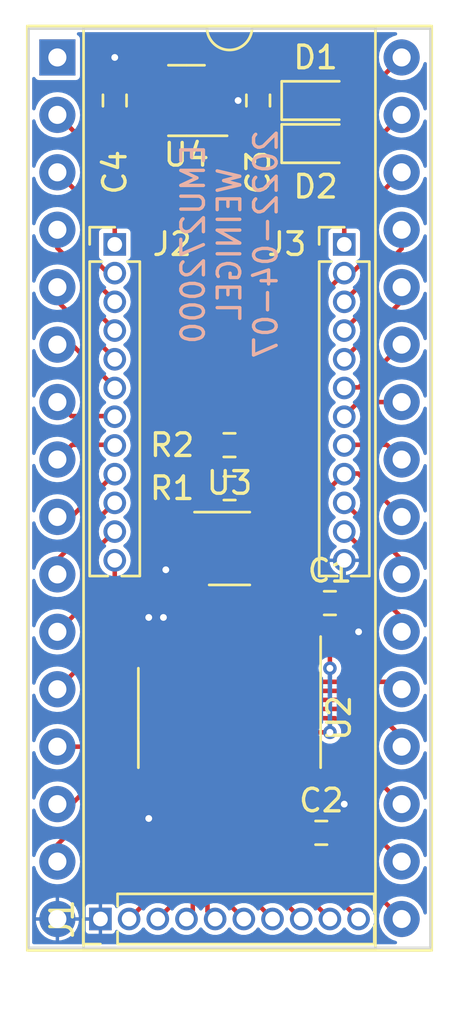
<source format=kicad_pcb>
(kicad_pcb (version 20211014) (generator pcbnew)
  (layers (0 "F.Cu" signal) (31 "B.Cu" signal) (34 "B.Paste" user) (35 "F.Paste" user) (36 "B.SilkS" user "B.Silkscreen") (37 "F.SilkS" user "F.Silkscreen") (38 "B.Mask" user) (39 "F.Mask" user) (44 "Edge.Cuts" user))
  (net 0 "")
  (net 1 "GND")
  (net 2 "+5V")
  (net 3 "Net-(J1-Pad2)")
  (net 4 "Net-(U2-Pad2)")
  (net 5 "+3V3")
  (net 6 "A16_5V")
  (net 7 "A15_5V")
  (net 8 "A12_5V")
  (net 9 "A7_5V")
  (net 10 "A6_5V")
  (net 11 "A5_5V")
  (net 12 "A4_5V")
  (net 13 "A3_5V")
  (net 14 "A2_5V")
  (net 15 "A1_5V")
  (net 16 "A0_5V")
  (net 17 "D0_5V")
  (net 18 "D1_5V")
  (net 19 "D2_5V")
  (net 20 "D3_5V")
  (net 21 "D4_5V")
  (net 22 "D5_5V")
  (net 23 "D6_5V")
  (net 24 "D7_5V")
  (net 25 "A10_5V")
  (net 26 "A11_5V")
  (net 27 "A9_5V")
  (net 28 "A8_5V")
  (net 29 "A14_5V")
  (net 30 "A17_5V")
  (net 31 "A13_5V")
  (net 32 "Net-(J1-Pad3)")
  (net 33 "Net-(J1-Pad4)")
  (net 34 "Net-(J1-Pad5)")
  (net 35 "Net-(J1-Pad6)")
  (net 36 "Net-(J1-Pad7)")
  (net 37 "Net-(J1-Pad8)")
  (net 38 "Net-(J1-Pad9)")
  (net 39 "Net-(R1-Pad2)")
  (net 40 "PGM_5V")
  (net 41 "CE_5V")
  (net 42 "OE_5V")
  (net 43 "Net-(C3-Pad1)")
  (net 44 "PWR")
  (footprint "Diode_SMD:D_SOD-323F" (layer "F.Cu") (at 105.41 84.455)
    (fp_text reference "D1" (at 0 -1.905) (layer "F.SilkS"))
    (fp_text value "1N4148WS")
    (fp_line (start -1.5 -0.85) (end -1.5 0.85) (layer "F.SilkS") (width 0.12))
    (fp_line (start -1.5 -0.85) (end 1.05 -0.85) (layer "F.SilkS") (width 0.12))
    (fp_line (start -1.5 0.85) (end 1.05 0.85) (layer "F.SilkS") (width 0.12))
    (pad "1" smd rect (at -1.1 0) (size 0.5 0.5) (layers "F.Cu" "F.Paste" "F.Mask") (net 43 "Net-(C3-Pad1)"))
    (pad "2" smd rect (at 1.1 0) (size 0.5 0.5) (layers "F.Cu" "F.Paste" "F.Mask") (net 2 "+5V"))
  )
  (footprint "Package_TO_SOT_SMD:SOT-23-5_HandSoldering" (layer "F.Cu") (at 101.6 104.267)
    (fp_text reference "U3" (at 0 -2.9) (layer "F.SilkS"))
    (fp_text value "74AHC1GU04")
    (fp_line (start -0.9 1.61) (end 0.9 1.61) (layer "F.SilkS") (width 0.12))
    (fp_line (start 0.9 -1.61) (end -1.55 -1.61) (layer "F.SilkS") (width 0.12))
    (pad "1" smd rect (at -1.35 -0.95) (size 1.56 0.65) (layers "F.Cu" "F.Paste" "F.Mask"))
    (pad "2" smd rect (at -1.35 0) (size 1.56 0.65) (layers "F.Cu" "F.Paste" "F.Mask") (net 39 "Net-(R1-Pad2)"))
    (pad "3" smd rect (at -1.35 0.95) (size 1.56 0.65) (layers "F.Cu" "F.Paste" "F.Mask") (net 1 "GND"))
    (pad "4" smd rect (at 1.35 0.95) (size 1.56 0.65) (layers "F.Cu" "F.Paste" "F.Mask") (net 4 "Net-(U2-Pad2)"))
    (pad "5" smd rect (at 1.35 -0.95) (size 1.56 0.65) (layers "F.Cu" "F.Paste" "F.Mask") (net 2 "+5V"))
  )
  (footprint "Connector_PinHeader_1.27mm:PinHeader_1x10_P1.27mm_Vertical" (layer "F.Cu") (at 95.885 120.65 90)
    (fp_text reference "J1" (at 0 -1.695 90) (layer "F.SilkS"))
    (fp_text value "Conn_01x10")
    (fp_line (start -1.11 -0.76) (end 0 -0.76) (layer "F.SilkS") (width 0.12))
    (fp_line (start 1.11 0.76) (end 1.11 12.125) (layer "F.SilkS") (width 0.12))
    (fp_line (start -1.11 12.125) (end -0.30753 12.125) (layer "F.SilkS") (width 0.12))
    (fp_line (start 0.30753 12.125) (end 1.11 12.125) (layer "F.SilkS") (width 0.12))
    (fp_line (start -1.11 0) (end -1.11 -0.76) (layer "F.SilkS") (width 0.12))
    (fp_line (start -1.11 0.76) (end -0.563471 0.76) (layer "F.SilkS") (width 0.12))
    (fp_line (start 0.563471 0.76) (end 1.11 0.76) (layer "F.SilkS") (width 0.12))
    (fp_line (start -1.11 0.76) (end -1.11 12.125) (layer "F.SilkS") (width 0.12))
    (pad "1" thru_hole rect (at 0 0 90) (size 1 1) (drill 0.65) (layers *.Cu *.Mask) (net 1 "GND"))
    (pad "2" thru_hole oval (at 0 1.27 90) (size 1 1) (drill 0.65) (layers *.Cu *.Mask) (net 3 "Net-(J1-Pad2)"))
    (pad "3" thru_hole oval (at 0 2.54 90) (size 1 1) (drill 0.65) (layers *.Cu *.Mask) (net 32 "Net-(J1-Pad3)"))
    (pad "4" thru_hole oval (at 0 3.81 90) (size 1 1) (drill 0.65) (layers *.Cu *.Mask) (net 33 "Net-(J1-Pad4)"))
    (pad "5" thru_hole oval (at 0 5.08 90) (size 1 1) (drill 0.65) (layers *.Cu *.Mask) (net 34 "Net-(J1-Pad5)"))
    (pad "6" thru_hole oval (at 0 6.35 90) (size 1 1) (drill 0.65) (layers *.Cu *.Mask) (net 35 "Net-(J1-Pad6)"))
    (pad "7" thru_hole oval (at 0 7.62 90) (size 1 1) (drill 0.65) (layers *.Cu *.Mask) (net 36 "Net-(J1-Pad7)"))
    (pad "8" thru_hole oval (at 0 8.89 90) (size 1 1) (drill 0.65) (layers *.Cu *.Mask) (net 37 "Net-(J1-Pad8)"))
    (pad "9" thru_hole oval (at 0 10.16 90) (size 1 1) (drill 0.65) (layers *.Cu *.Mask) (net 38 "Net-(J1-Pad9)"))
    (pad "10" thru_hole oval (at 0 11.43 90) (size 1 1) (drill 0.65) (layers *.Cu *.Mask) (net 5 "+3V3"))
  )
  (footprint "Package_DIP:DIP-32_W15.24mm_Socket" (layer "F.Cu") (at 93.98 82.55)
    (fp_text reference "U1" hide)
    (fp_text value "27C2000_DIP" hide)
    (fp_line (start 14.08 -1.33) (end 8.62 -1.33) (layer "F.SilkS") (width 0.12))
    (fp_line (start 6.62 -1.33) (end 1.16 -1.33) (layer "F.SilkS") (width 0.12))
    (fp_line (start -1.33 39.49) (end 16.57 39.49) (layer "F.SilkS") (width 0.12))
    (fp_line (start 1.16 39.43) (end 14.08 39.43) (layer "F.SilkS") (width 0.12))
    (fp_line (start 16.57 -1.39) (end -1.33 -1.39) (layer "F.SilkS") (width 0.12))
    (fp_line (start -1.33 -1.39) (end -1.33 39.49) (layer "F.SilkS") (width 0.12))
    (fp_line (start 16.57 39.49) (end 16.57 -1.39) (layer "F.SilkS") (width 0.12))
    (fp_line (start 1.16 -1.33) (end 1.16 39.43) (layer "F.SilkS") (width 0.12))
    (fp_line (start 14.08 39.43) (end 14.08 -1.33) (layer "F.SilkS") (width 0.12))
    (fp_arc (start 8.62 -1.33) (mid 7.62 -0.33) (end 6.62 -1.33) (layer "F.SilkS") (width 0.12))
    (pad "1" thru_hole rect (at 0 0) (size 1.6 1.6) (drill 0.8) (layers *.Cu *.Mask))
    (pad "2" thru_hole oval (at 0 2.54) (size 1.6 1.6) (drill 0.8) (layers *.Cu *.Mask) (net 6 "A16_5V"))
    (pad "3" thru_hole oval (at 0 5.08) (size 1.6 1.6) (drill 0.8) (layers *.Cu *.Mask) (net 7 "A15_5V"))
    (pad "4" thru_hole oval (at 0 7.62) (size 1.6 1.6) (drill 0.8) (layers *.Cu *.Mask) (net 8 "A12_5V"))
    (pad "5" thru_hole oval (at 0 10.16) (size 1.6 1.6) (drill 0.8) (layers *.Cu *.Mask) (net 9 "A7_5V"))
    (pad "6" thru_hole oval (at 0 12.7) (size 1.6 1.6) (drill 0.8) (layers *.Cu *.Mask) (net 10 "A6_5V"))
    (pad "7" thru_hole oval (at 0 15.24) (size 1.6 1.6) (drill 0.8) (layers *.Cu *.Mask) (net 11 "A5_5V"))
    (pad "8" thru_hole oval (at 0 17.78) (size 1.6 1.6) (drill 0.8) (layers *.Cu *.Mask) (net 12 "A4_5V"))
    (pad "9" thru_hole oval (at 0 20.32) (size 1.6 1.6) (drill 0.8) (layers *.Cu *.Mask) (net 13 "A3_5V"))
    (pad "10" thru_hole oval (at 0 22.86) (size 1.6 1.6) (drill 0.8) (layers *.Cu *.Mask) (net 14 "A2_5V"))
    (pad "11" thru_hole oval (at 0 25.4) (size 1.6 1.6) (drill 0.8) (layers *.Cu *.Mask) (net 15 "A1_5V"))
    (pad "12" thru_hole oval (at 0 27.94) (size 1.6 1.6) (drill 0.8) (layers *.Cu *.Mask) (net 16 "A0_5V"))
    (pad "13" thru_hole oval (at 0 30.48) (size 1.6 1.6) (drill 0.8) (layers *.Cu *.Mask) (net 17 "D0_5V"))
    (pad "14" thru_hole oval (at 0 33.02) (size 1.6 1.6) (drill 0.8) (layers *.Cu *.Mask) (net 18 "D1_5V"))
    (pad "15" thru_hole oval (at 0 35.56) (size 1.6 1.6) (drill 0.8) (layers *.Cu *.Mask) (net 19 "D2_5V"))
    (pad "16" thru_hole oval (at 0 38.1) (size 1.6 1.6) (drill 0.8) (layers *.Cu *.Mask) (net 1 "GND"))
    (pad "17" thru_hole oval (at 15.24 38.1) (size 1.6 1.6) (drill 0.8) (layers *.Cu *.Mask) (net 20 "D3_5V"))
    (pad "18" thru_hole oval (at 15.24 35.56) (size 1.6 1.6) (drill 0.8) (layers *.Cu *.Mask) (net 21 "D4_5V"))
    (pad "19" thru_hole oval (at 15.24 33.02) (size 1.6 1.6) (drill 0.8) (layers *.Cu *.Mask) (net 22 "D5_5V"))
    (pad "20" thru_hole oval (at 15.24 30.48) (size 1.6 1.6) (drill 0.8) (layers *.Cu *.Mask) (net 23 "D6_5V"))
    (pad "21" thru_hole oval (at 15.24 27.94) (size 1.6 1.6) (drill 0.8) (layers *.Cu *.Mask) (net 24 "D7_5V"))
    (pad "22" thru_hole oval (at 15.24 25.4) (size 1.6 1.6) (drill 0.8) (layers *.Cu *.Mask) (net 41 "CE_5V"))
    (pad "23" thru_hole oval (at 15.24 22.86) (size 1.6 1.6) (drill 0.8) (layers *.Cu *.Mask) (net 25 "A10_5V"))
    (pad "24" thru_hole oval (at 15.24 20.32) (size 1.6 1.6) (drill 0.8) (layers *.Cu *.Mask) (net 42 "OE_5V"))
    (pad "25" thru_hole oval (at 15.24 17.78) (size 1.6 1.6) (drill 0.8) (layers *.Cu *.Mask) (net 26 "A11_5V"))
    (pad "26" thru_hole oval (at 15.24 15.24) (size 1.6 1.6) (drill 0.8) (layers *.Cu *.Mask) (net 27 "A9_5V"))
    (pad "27" thru_hole oval (at 15.24 12.7) (size 1.6 1.6) (drill 0.8) (layers *.Cu *.Mask) (net 28 "A8_5V"))
    (pad "28" thru_hole oval (at 15.24 10.16) (size 1.6 1.6) (drill 0.8) (layers *.Cu *.Mask) (net 31 "A13_5V"))
    (pad "29" thru_hole oval (at 15.24 7.62) (size 1.6 1.6) (drill 0.8) (layers *.Cu *.Mask) (net 29 "A14_5V"))
    (pad "30" thru_hole oval (at 15.24 5.08) (size 1.6 1.6) (drill 0.8) (layers *.Cu *.Mask) (net 30 "A17_5V"))
    (pad "31" thru_hole oval (at 15.24 2.54) (size 1.6 1.6) (drill 0.8) (layers *.Cu *.Mask) (net 40 "PGM_5V"))
    (pad "32" thru_hole oval (at 15.24 0) (size 1.6 1.6) (drill 0.8) (layers *.Cu *.Mask) (net 2 "+5V"))
  )
  (footprint "Resistor_SMD:R_0603_1608Metric_Pad0.98x0.95mm_HandSolder" (layer "F.Cu") (at 101.6 99.695 180)
    (fp_text reference "R2" (at 2.54 0) (layer "F.SilkS"))
    (fp_text value "100")
    (fp_line (start -0.254724 0.5225) (end 0.254724 0.5225) (layer "F.SilkS") (width 0.12))
    (fp_line (start -0.254724 -0.5225) (end 0.254724 -0.5225) (layer "F.SilkS") (width 0.12))
    (pad "1" smd roundrect (at -0.9125 0 180) (size 0.975 0.95) (layers "F.Cu" "F.Paste" "F.Mask") (net 40 "PGM_5V"))
    (pad "2" smd roundrect (at 0.9125 0 180) (size 0.975 0.95) (layers "F.Cu" "F.Paste" "F.Mask") (net 39 "Net-(R1-Pad2)"))
  )
  (footprint "Connector_PinHeader_1.27mm:PinHeader_1x12_P1.27mm_Vertical" (layer "F.Cu") (at 96.52 90.8177)
    (fp_text reference "J2" (at 2.54 -0.0127) (layer "F.SilkS"))
    (fp_text value "Conn_01x12" hide)
    (fp_line (start 1.11 0.76) (end 1.11 14.665) (layer "F.SilkS") (width 0.12))
    (fp_line (start 0.563471 0.76) (end 1.11 0.76) (layer "F.SilkS") (width 0.12))
    (fp_line (start -1.11 0.76) (end -1.11 14.665) (layer "F.SilkS") (width 0.12))
    (fp_line (start -1.11 -0.76) (end 0 -0.76) (layer "F.SilkS") (width 0.12))
    (fp_line (start 0.30753 14.665) (end 1.11 14.665) (layer "F.SilkS") (width 0.12))
    (fp_line (start -1.11 0.76) (end -0.563471 0.76) (layer "F.SilkS") (width 0.12))
    (fp_line (start -1.11 14.665) (end -0.30753 14.665) (layer "F.SilkS") (width 0.12))
    (fp_line (start -1.11 0) (end -1.11 -0.76) (layer "F.SilkS") (width 0.12))
    (pad "1" thru_hole rect (at 0 0) (size 1 1) (drill 0.65) (layers *.Cu *.Mask) (net 5 "+3V3"))
    (pad "2" thru_hole oval (at 0 1.27) (size 1 1) (drill 0.65) (layers *.Cu *.Mask) (net 6 "A16_5V"))
    (pad "3" thru_hole oval (at 0 2.54) (size 1 1) (drill 0.65) (layers *.Cu *.Mask) (net 7 "A15_5V"))
    (pad "4" thru_hole oval (at 0 3.81) (size 1 1) (drill 0.65) (layers *.Cu *.Mask) (net 8 "A12_5V"))
    (pad "5" thru_hole oval (at 0 5.08) (size 1 1) (drill 0.65) (layers *.Cu *.Mask) (net 9 "A7_5V"))
    (pad "6" thru_hole oval (at 0 6.35) (size 1 1) (drill 0.65) (layers *.Cu *.Mask) (net 10 "A6_5V"))
    (pad "7" thru_hole oval (at 0 7.62) (size 1 1) (drill 0.65) (layers *.Cu *.Mask) (net 11 "A5_5V"))
    (pad "8" thru_hole oval (at 0 8.89) (size 1 1) (drill 0.65) (layers *.Cu *.Mask) (net 12 "A4_5V"))
    (pad "9" thru_hole oval (at 0 10.16) (size 1 1) (drill 0.65) (layers *.Cu *.Mask) (net 13 "A3_5V"))
    (pad "10" thru_hole oval (at 0 11.43) (size 1 1) (drill 0.65) (layers *.Cu *.Mask) (net 14 "A2_5V"))
    (pad "11" thru_hole oval (at 0 12.7) (size 1 1) (drill 0.65) (layers *.Cu *.Mask) (net 15 "A1_5V"))
    (pad "12" thru_hole oval (at 0 13.97) (size 1 1) (drill 0.65) (layers *.Cu *.Mask) (net 16 "A0_5V"))
  )
  (footprint "Package_SO:TSSOP-24_4.4x7.8mm_P0.65mm" (layer "F.Cu") (at 101.6 111.76 -90)
    (fp_text reference "U2" (at 0 -4.85 90) (layer "F.SilkS"))
    (fp_text value "SN74LVC4245APWR" hide)
    (fp_line (start 0 4.035) (end 2.2 4.035) (layer "F.SilkS") (width 0.12))
    (fp_line (start 0 -4.035) (end 2.2 -4.035) (layer "F.SilkS") (width 0.12))
    (fp_line (start 0 4.035) (end -2.2 4.035) (layer "F.SilkS") (width 0.12))
    (fp_line (start 0 -4.035) (end -3.6 -4.035) (layer "F.SilkS") (width 0.12))
    (pad "1" smd roundrect (at -2.8625 -3.575 270) (size 1.475 0.4) (layers "F.Cu" "F.Paste" "F.Mask") (net 2 "+5V"))
    (pad "2" smd roundrect (at -2.8625 -2.925 270) (size 1.475 0.4) (layers "F.Cu" "F.Paste" "F.Mask") (net 4 "Net-(U2-Pad2)"))
    (pad "3" smd roundrect (at -2.8625 -2.275 270) (size 1.475 0.4) (layers "F.Cu" "F.Paste" "F.Mask") (net 24 "D7_5V"))
    (pad "4" smd roundrect (at -2.8625 -1.625 270) (size 1.475 0.4) (layers "F.Cu" "F.Paste" "F.Mask") (net 23 "D6_5V"))
    (pad "5" smd roundrect (at -2.8625 -0.975 270) (size 1.475 0.4) (layers "F.Cu" "F.Paste" "F.Mask") (net 22 "D5_5V"))
    (pad "6" smd roundrect (at -2.8625 -0.325 270) (size 1.475 0.4) (layers "F.Cu" "F.Paste" "F.Mask") (net 21 "D4_5V"))
    (pad "7" smd roundrect (at -2.8625 0.325 270) (size 1.475 0.4) (layers "F.Cu" "F.Paste" "F.Mask") (net 20 "D3_5V"))
    (pad "8" smd roundrect (at -2.8625 0.975 270) (size 1.475 0.4) (layers "F.Cu" "F.Paste" "F.Mask") (net 19 "D2_5V"))
    (pad "9" smd roundrect (at -2.8625 1.625 270) (size 1.475 0.4) (layers "F.Cu" "F.Paste" "F.Mask") (net 18 "D1_5V"))
    (pad "10" smd roundrect (at -2.8625 2.275 270) (size 1.475 0.4) (layers "F.Cu" "F.Paste" "F.Mask") (net 17 "D0_5V"))
    (pad "11" smd roundrect (at -2.8625 2.925 270) (size 1.475 0.4) (layers "F.Cu" "F.Paste" "F.Mask") (net 1 "GND"))
    (pad "12" smd roundrect (at -2.8625 3.575 270) (size 1.475 0.4) (layers "F.Cu" "F.Paste" "F.Mask") (net 1 "GND"))
    (pad "13" smd roundrect (at 2.8625 3.575 270) (size 1.475 0.4) (layers "F.Cu" "F.Paste" "F.Mask") (net 1 "GND"))
    (pad "14" smd roundrect (at 2.8625 2.925 270) (size 1.475 0.4) (layers "F.Cu" "F.Paste" "F.Mask") (net 3 "Net-(J1-Pad2)"))
    (pad "15" smd roundrect (at 2.8625 2.275 270) (size 1.475 0.4) (layers "F.Cu" "F.Paste" "F.Mask") (net 32 "Net-(J1-Pad3)"))
    (pad "16" smd roundrect (at 2.8625 1.625 270) (size 1.475 0.4) (layers "F.Cu" "F.Paste" "F.Mask") (net 33 "Net-(J1-Pad4)"))
    (pad "17" smd roundrect (at 2.8625 0.975 270) (size 1.475 0.4) (layers "F.Cu" "F.Paste" "F.Mask") (net 34 "Net-(J1-Pad5)"))
    (pad "18" smd roundrect (at 2.8625 0.325 270) (size 1.475 0.4) (layers "F.Cu" "F.Paste" "F.Mask") (net 35 "Net-(J1-Pad6)"))
    (pad "19" smd roundrect (at 2.8625 -0.325 270) (size 1.475 0.4) (layers "F.Cu" "F.Paste" "F.Mask") (net 36 "Net-(J1-Pad7)"))
    (pad "20" smd roundrect (at 2.8625 -0.975 270) (size 1.475 0.4) (layers "F.Cu" "F.Paste" "F.Mask") (net 37 "Net-(J1-Pad8)"))
    (pad "21" smd roundrect (at 2.8625 -1.625 270) (size 1.475 0.4) (layers "F.Cu" "F.Paste" "F.Mask") (net 38 "Net-(J1-Pad9)"))
    (pad "22" smd roundrect (at 2.8625 -2.275 270) (size 1.475 0.4) (layers "F.Cu" "F.Paste" "F.Mask") (net 42 "OE_5V"))
    (pad "23" smd roundrect (at 2.8625 -2.925 270) (size 1.475 0.4) (layers "F.Cu" "F.Paste" "F.Mask") (net 5 "+3V3"))
    (pad "24" smd roundrect (at 2.8625 -3.575 270) (size 1.475 0.4) (layers "F.Cu" "F.Paste" "F.Mask") (net 5 "+3V3"))
  )
  (footprint "Resistor_SMD:R_0603_1608Metric_Pad0.98x0.95mm_HandSolder" (layer "F.Cu") (at 101.605 101.6 180)
    (fp_text reference "R1" (at 2.545 0) (layer "F.SilkS"))
    (fp_text value "10k")
    (fp_line (start -0.254724 -0.5225) (end 0.254724 -0.5225) (layer "F.SilkS") (width 0.12))
    (fp_line (start -0.254724 0.5225) (end 0.254724 0.5225) (layer "F.SilkS") (width 0.12))
    (pad "1" smd roundrect (at -0.9125 0 180) (size 0.975 0.95) (layers "F.Cu" "F.Paste" "F.Mask") (net 2 "+5V"))
    (pad "2" smd roundrect (at 0.9125 0 180) (size 0.975 0.95) (layers "F.Cu" "F.Paste" "F.Mask") (net 39 "Net-(R1-Pad2)"))
  )
  (footprint "Package_TO_SOT_SMD:SOT-23-5" (layer "F.Cu") (at 99.695 84.455 180)
    (fp_text reference "U4" (at 0 -2.4) (layer "F.SilkS"))
    (fp_text value "MCP1801T-3302I/OT")
    (fp_line (start 0 1.56) (end 0.8 1.56) (layer "F.SilkS") (width 0.12))
    (fp_line (start 0 -1.56) (end -1.8 -1.56) (layer "F.SilkS") (width 0.12))
    (fp_line (start 0 1.56) (end -0.8 1.56) (layer "F.SilkS") (width 0.12))
    (fp_line (start 0 -1.56) (end 0.8 -1.56) (layer "F.SilkS") (width 0.12))
    (pad "1" smd roundrect (at -1.1375 -0.95 180) (size 1.325 0.6) (layers "F.Cu" "F.Paste" "F.Mask") (net 43 "Net-(C3-Pad1)"))
    (pad "2" smd roundrect (at -1.1375 0 180) (size 1.325 0.6) (layers "F.Cu" "F.Paste" "F.Mask") (net 1 "GND"))
    (pad "3" smd roundrect (at -1.1375 0.95 180) (size 1.325 0.6) (layers "F.Cu" "F.Paste" "F.Mask") (net 43 "Net-(C3-Pad1)"))
    (pad "4" smd roundrect (at 1.1375 0.95 180) (size 1.325 0.6) (layers "F.Cu" "F.Paste" "F.Mask"))
    (pad "5" smd roundrect (at 1.1375 -0.95 180) (size 1.325 0.6) (layers "F.Cu" "F.Paste" "F.Mask") (net 5 "+3V3"))
  )
  (footprint "Resistor_SMD:R_0603_1608Metric_Pad0.98x0.95mm_HandSolder" (layer "F.Cu") (at 102.87 84.455 90)
    (fp_text reference "C3" (at -3.175 0 90) (layer "F.SilkS"))
    (fp_text value "1u")
    (fp_line (start -0.254724 0.5225) (end 0.254724 0.5225) (layer "F.SilkS") (width 0.12))
    (fp_line (start -0.254724 -0.5225) (end 0.254724 -0.5225) (layer "F.SilkS") (width 0.12))
    (pad "1" smd roundrect (at -0.9125 0 90) (size 0.975 0.95) (layers "F.Cu" "F.Paste" "F.Mask") (net 43 "Net-(C3-Pad1)"))
    (pad "2" smd roundrect (at 0.9125 0 90) (size 0.975 0.95) (layers "F.Cu" "F.Paste" "F.Mask") (net 1 "GND"))
  )
  (footprint "Resistor_SMD:R_0603_1608Metric_Pad0.98x0.95mm_HandSolder" (layer "F.Cu") (at 106.045 106.68)
    (fp_text reference "C1" (at 0 -1.43) (layer "F.SilkS"))
    (fp_text value "1u")
    (fp_line (start -0.254724 -0.5225) (end 0.254724 -0.5225) (layer "F.SilkS") (width 0.12))
    (fp_line (start -0.254724 0.5225) (end 0.254724 0.5225) (layer "F.SilkS") (width 0.12))
    (pad "1" smd roundrect (at -0.9125 0) (size 0.975 0.95) (layers "F.Cu" "F.Paste" "F.Mask") (net 2 "+5V"))
    (pad "2" smd roundrect (at 0.9125 0) (size 0.975 0.95) (layers "F.Cu" "F.Paste" "F.Mask") (net 1 "GND"))
  )
  (footprint "Resistor_SMD:R_0603_1608Metric_Pad0.98x0.95mm_HandSolder" (layer "F.Cu") (at 96.52 84.455 90)
    (fp_text reference "C4" (at -3.175 0 90) (layer "F.SilkS"))
    (fp_text value "1u")
    (fp_line (start -0.254724 0.5225) (end 0.254724 0.5225) (layer "F.SilkS") (width 0.12))
    (fp_line (start -0.254724 -0.5225) (end 0.254724 -0.5225) (layer "F.SilkS") (width 0.12))
    (pad "1" smd roundrect (at -0.9125 0 90) (size 0.975 0.95) (layers "F.Cu" "F.Paste" "F.Mask") (net 5 "+3V3"))
    (pad "2" smd roundrect (at 0.9125 0 90) (size 0.975 0.95) (layers "F.Cu" "F.Paste" "F.Mask") (net 1 "GND"))
  )
  (footprint "Diode_SMD:D_SOD-323F" (layer "F.Cu") (at 105.41 86.36)
    (fp_text reference "D2" (at 0 1.905) (layer "F.SilkS"))
    (fp_text value "1N4148WS")
    (fp_line (start -1.5 -0.85) (end 1.05 -0.85) (layer "F.SilkS") (width 0.12))
    (fp_line (start -1.5 -0.85) (end -1.5 0.85) (layer "F.SilkS") (width 0.12))
    (fp_line (start -1.5 0.85) (end 1.05 0.85) (layer "F.SilkS") (width 0.12))
    (pad "1" smd rect (at -1.1 0) (size 0.5 0.5) (layers "F.Cu" "F.Paste" "F.Mask") (net 43 "Net-(C3-Pad1)"))
    (pad "2" smd rect (at 1.1 0) (size 0.5 0.5) (layers "F.Cu" "F.Paste" "F.Mask") (net 44 "PWR"))
  )
  (footprint "Resistor_SMD:R_0603_1608Metric_Pad0.98x0.95mm_HandSolder" (layer "F.Cu") (at 105.664 116.84)
    (fp_text reference "C2" (at 0 -1.43) (layer "F.SilkS"))
    (fp_text value "1u")
    (fp_line (start -0.254724 -0.5225) (end 0.254724 -0.5225) (layer "F.SilkS") (width 0.12))
    (fp_line (start -0.254724 0.5225) (end 0.254724 0.5225) (layer "F.SilkS") (width 0.12))
    (pad "1" smd roundrect (at -0.9125 0) (size 0.975 0.95) (layers "F.Cu" "F.Paste" "F.Mask") (net 5 "+3V3"))
    (pad "2" smd roundrect (at 0.9125 0) (size 0.975 0.95) (layers "F.Cu" "F.Paste" "F.Mask") (net 1 "GND"))
  )
  (footprint "Connector_PinHeader_1.27mm:PinHeader_1x12_P1.27mm_Vertical" (layer "F.Cu") (at 106.68 90.8177)
    (fp_text reference "J3" (at -2.54 -0.0127) (layer "F.SilkS"))
    (fp_text value "Conn_01x12" hide)
    (fp_line (start 1.11 0.76) (end 1.11 14.665) (layer "F.SilkS") (width 0.12))
    (fp_line (start -1.11 0.76) (end -0.563471 0.76) (layer "F.SilkS") (width 0.12))
    (fp_line (start -1.11 0.76) (end -1.11 14.665) (layer "F.SilkS") (width 0.12))
    (fp_line (start -1.11 -0.76) (end 0 -0.76) (layer "F.SilkS") (width 0.12))
    (fp_line (start -1.11 0) (end -1.11 -0.76) (layer "F.SilkS") (width 0.12))
    (fp_line (start 0.30753 14.665) (end 1.11 14.665) (layer "F.SilkS") (width 0.12))
    (fp_line (start -1.11 14.665) (end -0.30753 14.665) (layer "F.SilkS") (width 0.12))
    (fp_line (start 0.563471 0.76) (end 1.11 0.76) (layer "F.SilkS") (width 0.12))
    (pad "1" thru_hole rect (at 0 0) (size 1 1) (drill 0.65) (layers *.Cu *.Mask) (net 44 "PWR"))
    (pad "2" thru_hole oval (at 0 1.27) (size 1 1) (drill 0.65) (layers *.Cu *.Mask) (net 40 "PGM_5V"))
    (pad "3" thru_hole oval (at 0 2.54) (size 1 1) (drill 0.65) (layers *.Cu *.Mask) (net 30 "A17_5V"))
    (pad "4" thru_hole oval (at 0 3.81) (size 1 1) (drill 0.65) (layers *.Cu *.Mask) (net 29 "A14_5V"))
    (pad "5" thru_hole oval (at 0 5.08) (size 1 1) (drill 0.65) (layers *.Cu *.Mask) (net 31 "A13_5V"))
    (pad "6" thru_hole oval (at 0 6.35) (size 1 1) (drill 0.65) (layers *.Cu *.Mask) (net 28 "A8_5V"))
    (pad "7" thru_hole oval (at 0 7.62) (size 1 1) (drill 0.65) (layers *.Cu *.Mask) (net 27 "A9_5V"))
    (pad "8" thru_hole oval (at 0 8.89) (size 1 1) (drill 0.65) (layers *.Cu *.Mask) (net 26 "A11_5V"))
    (pad "9" thru_hole oval (at 0 10.16) (size 1 1) (drill 0.65) (layers *.Cu *.Mask) (net 42 "OE_5V"))
    (pad "10" thru_hole oval (at 0 11.43) (size 1 1) (drill 0.65) (layers *.Cu *.Mask) (net 25 "A10_5V"))
    (pad "11" thru_hole oval (at 0 12.7) (size 1 1) (drill 0.65) (layers *.Cu *.Mask) (net 41 "CE_5V"))
    (pad "12" thru_hole oval (at 0 13.97) (size 1 1) (drill 0.65) (layers *.Cu *.Mask) (net 1 "GND"))
  )
  (gr_line (start 92.709993 81.279997) (end 110.489993 81.279997) (layer "Edge.Cuts") (width 0.1))
  (gr_line (start 110.489993 121.919997) (end 92.709993 121.919997) (layer "Edge.Cuts") (width 0.1))
  (gr_line (start 92.709993 121.919997) (end 92.709993 81.279997) (layer "Edge.Cuts") (width 0.1))
  (gr_line (start 110.489993 81.279997) (end 110.489993 121.919997) (layer "Edge.Cuts") (width 0.1))
  (gr_text "EMU272000\nWEINIGEL\n2022-04-07" (at 101.6 90.805 90) (layer "B.SilkS") (effects (font (size 1 1)) (justify mirror)))
  (segment (start 98.025 114.6225) (end 98.025001 116.205) (width 0.2) (layer "F.Cu") (net 1))
  (segment (start 106.68 115.57) (end 106.68 116.7365) (width 0.2) (layer "F.Cu") (net 1))
  (segment (start 98.675 108.8975) (end 98.675 107.315012) (width 0.2) (layer "F.Cu") (net 1))
  (segment (start 102.87 83.5425) (end 102.87 83.566) (width 0.2) (layer "F.Cu") (net 1))
  (segment (start 98.7908 105.217) (end 98.7806 105.2068) (width 0.2) (layer "F.Cu") (net 1))
  (segment (start 102.87 83.566) (end 101.981 84.455) (width 0.2) (layer "F.Cu") (net 1))
  (segment (start 106.9575 106.68) (end 106.9575 107.5925) (width 0.2) (layer "F.Cu") (net 1))
  (segment (start 98.675 107.315012) (end 98.675012 107.315) (width 0.2) (layer "F.Cu") (net 1))
  (segment (start 100.8325 84.455) (end 101.981 84.455) (width 0.2) (layer "F.Cu") (net 1))
  (segment (start 98.025 108.8975) (end 98.025001 107.315) (width 0.2) (layer "F.Cu") (net 1))
  (segment (start 106.68 116.7365) (end 106.5765 116.84) (width 0.2) (layer "F.Cu") (net 1))
  (segment (start 106.9575 107.5925) (end 107.315 107.95) (width 0.2) (layer "F.Cu") (net 1))
  (segment (start 96.52 83.5425) (end 96.52 82.55) (width 0.2) (layer "F.Cu") (net 1))
  (segment (start 100.25 105.217) (end 98.7908 105.217) (width 0.2) (layer "F.Cu") (net 1))
  (via (at 101.981 84.455) (size 0.6) (drill 0.3) (layers "F.Cu" "B.Cu") (net 1))
  (via (at 98.675012 107.315) (size 0.6) (drill 0.3) (layers "F.Cu" "B.Cu") (net 1))
  (via (at 96.52 82.55) (size 0.6) (drill 0.3) (layers "F.Cu" "B.Cu") (net 1))
  (via (at 98.7806 105.2068) (size 0.6) (drill 0.3) (layers "F.Cu" "B.Cu") (net 1))
  (via (at 98.025001 107.315) (size 0.6) (drill 0.3) (layers "F.Cu" "B.Cu") (net 1))
  (via (at 107.315 107.95) (size 0.6) (drill 0.3) (layers "F.Cu" "B.Cu") (net 1))
  (via (at 106.68 115.57) (size 0.6) (drill 0.3) (layers "F.Cu" "B.Cu") (net 1))
  (via (at 98.025001 116.205) (size 0.6) (drill 0.3) (layers "F.Cu" "B.Cu") (net 1))
  (segment (start 101.6 100.6825) (end 101.6 91.44) (width 0.2) (layer "F.Cu") (net 2))
  (segment (start 105.1325 104.4975) (end 103.952 103.317) (width 0.2) (layer "F.Cu") (net 2))
  (segment (start 101.6 91.44) (end 105.41 87.63) (width 0.2) (layer "F.Cu") (net 2))
  (segment (start 105.41 85.555) (end 106.51 84.455) (width 0.2) (layer "F.Cu") (net 2))
  (segment (start 107.315 84.455) (end 106.51 84.455) (width 0.2) (layer "F.Cu") (net 2))
  (segment (start 103.952 103.317) (end 102.95 103.317) (width 0.2) (layer "F.Cu") (net 2))
  (segment (start 105.175 106.7225) (end 105.1325 106.68) (width 0.2) (layer "F.Cu") (net 2))
  (segment (start 102.93 103.49) (end 102.93 102.0125) (width 0.2) (layer "F.Cu") (net 2))
  (segment (start 105.41 87.63) (end 105.41 85.555) (width 0.2) (layer "F.Cu") (net 2))
  (segment (start 102.5175 101.6) (end 101.6 100.6825) (width 0.2) (layer "F.Cu") (net 2))
  (segment (start 109.22 82.55) (end 107.315 84.455) (width 0.2) (layer "F.Cu") (net 2))
  (segment (start 105.175 108.8975) (end 105.175 106.7225) (width 0.2) (layer "F.Cu") (net 2))
  (segment (start 102.93 102.0125) (end 102.5175 101.6) (width 0.2) (layer "F.Cu") (net 2))
  (segment (start 105.1325 104.4975) (end 105.1325 106.68) (width 0.2) (layer "F.Cu") (net 2))
  (segment (start 98.675 119.13) (end 97.155 120.65) (width 0.2) (layer "F.Cu") (net 3))
  (segment (start 98.675 114.6225) (end 98.675 119.13) (width 0.2) (layer "F.Cu") (net 3))
  (segment (start 102.95 105.217) (end 103.439 105.217) (width 0.2) (layer "F.Cu") (net 4))
  (segment (start 104.525 108.8975) (end 104.525 107.31946) (width 0.2) (layer "F.Cu") (net 4))
  (segment (start 103.439 105.217) (end 104.07627 105.85427) (width 0.2) (layer "F.Cu") (net 4))
  (segment (start 104.525 107.31946) (end 104.07627 106.87073) (width 0.2) (layer "F.Cu") (net 4))
  (segment (start 104.07627 105.85427) (end 104.07627 106.87073) (width 0.2) (layer "F.Cu") (net 4))
  (segment (start 107.315 120.65) (end 104.7515 118.0865) (width 0.2) (layer "F.Cu") (net 5))
  (segment (start 104.7515 118.0865) (end 104.7515 116.84) (width 0.2) (layer "F.Cu") (net 5))
  (segment (start 105.175 114.6225) (end 105.175 116.4165) (width 0.2) (layer "F.Cu") (net 5))
  (segment (start 104.525 114.6225) (end 104.525 116.6135) (width 0.2) (layer "F.Cu") (net 5))
  (segment (start 105.175 116.4165) (end 104.7515 116.84) (width 0.2) (layer "F.Cu") (net 5))
  (segment (start 96.5575 85.405) (end 96.52 85.3675) (width 0.2) (layer "F.Cu") (net 5))
  (segment (start 96.52 85.3675) (end 96.52 90.8177) (width 0.2) (layer "F.Cu") (net 5))
  (segment (start 104.525 116.6135) (end 104.7515 116.84) (width 0.2) (layer "F.Cu") (net 5))
  (segment (start 98.5575 85.405) (end 96.5575 85.405) (width 0.2) (layer "F.Cu") (net 5))
  (segment (start 95.720489 86.830489) (end 95.720489 91.589511) (width 0.2) (layer "F.Cu") (net 6))
  (segment (start 96.190978 92.06) (end 96.52 92.06) (width 0.2) (layer "F.Cu") (net 6))
  (segment (start 95.720489 91.589511) (end 96.190978 92.06) (width 0.2) (layer "F.Cu") (net 6))
  (segment (start 93.98 85.09) (end 95.720489 86.830489) (width 0.2) (layer "F.Cu") (net 6))
  (segment (start 95.320978 88.970978) (end 93.98 87.63) (width 0.2) (layer "F.Cu") (net 7))
  (segment (start 95.485489 91.919505) (end 95.320978 91.754993) (width 0.2) (layer "F.Cu") (net 7))
  (segment (start 95.320978 91.754993) (end 95.320978 88.970978) (width 0.2) (layer "F.Cu") (net 7))
  (segment (start 96.52 93.33) (end 95.485489 92.295489) (width 0.2) (layer "F.Cu") (net 7))
  (segment (start 95.485489 92.295489) (end 95.485489 91.919505) (width 0.2) (layer "F.Cu") (net 7))
  (segment (start 95.079511 93.159511) (end 95.079511 92.07852) (width 0.2) (layer "F.Cu") (net 8))
  (segment (start 93.98 90.979009) (end 93.98 90.17) (width 0.2) (layer "F.Cu") (net 8))
  (segment (start 95.079511 92.07852) (end 93.98 90.979009) (width 0.2) (layer "F.Cu") (net 8))
  (segment (start 96.52 94.6) (end 95.079511 93.159511) (width 0.2) (layer "F.Cu") (net 8))
  (segment (start 96.52 95.87) (end 93.98 93.33) (width 0.2) (layer "F.Cu") (net 9))
  (segment (start 93.98 93.33) (end 93.98 92.71) (width 0.2) (layer "F.Cu") (net 9))
  (segment (start 94.63 95.25) (end 93.98 95.25) (width 0.2) (layer "F.Cu") (net 10))
  (segment (start 96.52 97.14) (end 94.63 95.25) (width 0.2) (layer "F.Cu") (net 10))
  (segment (start 94.6 98.41) (end 93.98 97.79) (width 0.2) (layer "F.Cu") (net 11))
  (segment (start 96.52 98.41) (end 94.6 98.41) (width 0.2) (layer "F.Cu") (net 11))
  (segment (start 96.52 99.68) (end 94.63 99.68) (width 0.2) (layer "F.Cu") (net 12))
  (segment (start 94.63 99.68) (end 93.98 100.33) (width 0.2) (layer "F.Cu") (net 12))
  (segment (start 94.6 102.87) (end 93.98 102.87) (width 0.2) (layer "F.Cu") (net 13))
  (segment (start 96.52 100.95) (end 94.6 102.87) (width 0.2) (layer "F.Cu") (net 13))
  (segment (start 96.52 102.22) (end 93.98 104.76) (width 0.2) (layer "F.Cu") (net 14))
  (segment (start 93.98 104.76) (end 93.98 105.41) (width 0.2) (layer "F.Cu") (net 14))
  (segment (start 95.079511 106.850489) (end 93.98 107.95) (width 0.2) (layer "F.Cu") (net 15))
  (segment (start 95.079511 104.930489) (end 95.079511 106.850489) (width 0.2) (layer "F.Cu") (net 15))
  (segment (start 96.52 103.49) (end 95.079511 104.930489) (width 0.2) (layer "F.Cu") (net 15))
  (segment (start 96.52 104.76) (end 96.52 107.95) (width 0.2) (layer "F.Cu") (net 16))
  (segment (start 96.52 107.95) (end 93.98 110.49) (width 0.2) (layer "F.Cu") (net 16))
  (segment (start 99.325 108.8975) (end 99.325 109.550006) (width 0.2) (layer "F.Cu") (net 17))
  (segment (start 95.845006 113.03) (end 93.98 113.03) (width 0.2) (layer "F.Cu") (net 17))
  (segment (start 99.325 109.550006) (end 95.845006 113.03) (width 0.2) (layer "F.Cu") (net 17))
  (segment (start 93.98 115.57) (end 94.615 115.57) (width 0.2) (layer "F.Cu") (net 18))
  (segment (start 94.615 115.57) (end 99.975 110.21) (width 0.2) (layer "F.Cu") (net 18))
  (segment (start 99.975 110.21) (end 99.975 108.8975) (width 0.2) (layer "F.Cu") (net 18))
  (segment (start 93.98 117.364994) (end 93.98 118.11) (width 0.2) (layer "F.Cu") (net 19))
  (segment (start 100.625 110.719994) (end 93.98 117.364994) (width 0.2) (layer "F.Cu") (net 19))
  (segment (start 100.625 108.8975) (end 100.625 110.719994) (width 0.2) (layer "F.Cu") (net 19))
  (segment (start 106.644501 112.146677) (end 106.267827 111.770003) (width 0.2) (layer "F.Cu") (net 20))
  (segment (start 103.494997 111.770003) (end 101.275 109.550006) (width 0.2) (layer "F.Cu") (net 20))
  (segment (start 109.22 120.65) (end 107.550489 118.980489) (width 0.2) (layer "F.Cu") (net 20))
  (segment (start 107.550489 115.592665) (end 106.644501 114.686677) (width 0.2) (layer "F.Cu") (net 20))
  (segment (start 106.644501 114.686677) (end 106.644501 112.146677) (width 0.2) (layer "F.Cu") (net 20))
  (segment (start 106.267827 111.770003) (end 103.494997 111.770003) (width 0.2) (layer "F.Cu") (net 20))
  (segment (start 101.275 109.550006) (end 101.275 108.8975) (width 0.2) (layer "F.Cu") (net 20))
  (segment (start 107.550489 118.980489) (end 107.550489 115.592665) (width 0.2) (layer "F.Cu") (net 20))
  (segment (start 108.120489 117.010489) (end 109.22 118.11) (width 0.2) (layer "F.Cu") (net 21))
  (segment (start 101.925 109.550006) (end 103.735483 111.360489) (width 0.2) (layer "F.Cu") (net 21))
  (segment (start 107.079511 114.556693) (end 108.120489 115.597671) (width 0.2) (layer "F.Cu") (net 21))
  (segment (start 107.079511 111.594518) (end 107.079511 114.556693) (width 0.2) (layer "F.Cu") (net 21))
  (segment (start 101.925 108.8975) (end 101.925 109.550006) (width 0.2) (layer "F.Cu") (net 21))
  (segment (start 106.845482 111.360489) (end 107.079511 111.594518) (width 0.2) (layer "F.Cu") (net 21))
  (segment (start 103.735483 111.360489) (end 106.845482 111.360489) (width 0.2) (layer "F.Cu") (net 21))
  (segment (start 108.120489 115.597671) (end 108.120489 117.010489) (width 0.2) (layer "F.Cu") (net 21))
  (segment (start 107.010966 110.960979) (end 107.479022 111.429035) (width 0.2) (layer "F.Cu") (net 22))
  (segment (start 103.97598 110.960979) (end 107.010966 110.960979) (width 0.2) (layer "F.Cu") (net 22))
  (segment (start 107.479022 113.829022) (end 109.22 115.57) (width 0.2) (layer "F.Cu") (net 22))
  (segment (start 102.575 108.8975) (end 102.575 109.559999) (width 0.2) (layer "F.Cu") (net 22))
  (segment (start 107.479022 111.429035) (end 107.479022 113.829022) (width 0.2) (layer "F.Cu") (net 22))
  (segment (start 102.575 109.559999) (end 103.97598 110.960979) (width 0.2) (layer "F.Cu") (net 22))
  (segment (start 103.225 109.572197) (end 104.214271 110.561468) (width 0.2) (layer "F.Cu") (net 23))
  (segment (start 104.214271 110.561468) (end 107.17645 110.561468) (width 0.2) (layer "F.Cu") (net 23))
  (segment (start 103.225 108.8975) (end 103.225 109.572197) (width 0.2) (layer "F.Cu") (net 23))
  (segment (start 109.22 112.605018) (end 109.22 113.03) (width 0.2) (layer "F.Cu") (net 23))
  (segment (start 107.17645 110.561468) (end 109.22 112.605018) (width 0.2) (layer "F.Cu") (net 23))
  (segment (start 104.486951 110.161957) (end 103.875 109.550006) (width 0.2) (layer "F.Cu") (net 24))
  (segment (start 103.875 109.550006) (end 103.875 108.8975) (width 0.2) (layer "F.Cu") (net 24))
  (segment (start 109.22 110.49) (end 108.891957 110.161957) (width 0.2) (layer "F.Cu") (net 24))
  (segment (start 108.891957 110.161957) (end 104.486951 110.161957) (width 0.2) (layer "F.Cu") (net 24))
  (segment (start 109.22 104.76) (end 109.22 105.41) (width 0.2) (layer "F.Cu") (net 25))
  (segment (start 106.68 102.22) (end 109.22 104.76) (width 0.2) (layer "F.Cu") (net 25))
  (segment (start 106.68 99.68) (end 108.57 99.68) (width 0.2) (layer "F.Cu") (net 26))
  (segment (start 108.57 99.68) (end 109.22 100.33) (width 0.2) (layer "F.Cu") (net 26))
  (segment (start 107.3 97.79) (end 106.68 98.41) (width 0.2) (layer "F.Cu") (net 27))
  (segment (start 109.22 97.79) (end 107.3 97.79) (width 0.2) (layer "F.Cu") (net 27))
  (segment (start 109.22 95.25) (end 107.33 97.14) (width 0.2) (layer "F.Cu") (net 28))
  (segment (start 107.33 97.14) (end 106.68 97.14) (width 0.2) (layer "F.Cu") (net 28))
  (segment (start 108.114023 93.165977) (end 108.114023 92.112686) (width 0.2) (layer "F.Cu") (net 29))
  (segment (start 106.68 94.6) (end 108.114023 93.165977) (width 0.2) (layer "F.Cu") (net 29))
  (segment (start 109.22 91.006709) (end 109.22 90.17) (width 0.2) (layer "F.Cu") (net 29))
  (segment (start 108.114023 92.112686) (end 109.22 91.006709) (width 0.2) (layer "F.Cu") (net 29))
  (segment (start 107.879022 88.970978) (end 107.879021 91.782695) (width 0.2) (layer "F.Cu") (net 30))
  (segment (start 107.71451 91.947206) (end 107.71451 92.29549) (width 0.2) (layer "F.Cu") (net 30))
  (segment (start 109.22 87.63) (end 107.879022 88.970978) (width 0.2) (layer "F.Cu") (net 30))
  (segment (start 107.879021 91.782695) (end 107.71451 91.947206) (width 0.2) (layer "F.Cu") (net 30))
  (segment (start 107.71451 92.29549) (end 106.68 93.33) (width 0.2) (layer "F.Cu") (net 30))
  (segment (start 109.22 93.33) (end 106.68 95.87) (width 0.2) (layer "F.Cu") (net 31))
  (segment (start 109.22 92.71) (end 109.22 93.33) (width 0.2) (layer "F.Cu") (net 31))
  (segment (start 99.325 119.75) (end 99.325 114.6225) (width 0.2) (layer "F.Cu") (net 32))
  (segment (start 98.425 120.65) (end 99.325 119.75) (width 0.2) (layer "F.Cu") (net 32))
  (segment (start 99.975 114.6225) (end 99.975 120.37) (width 0.2) (layer "F.Cu") (net 33))
  (segment (start 99.975 120.37) (end 99.695 120.65) (width 0.2) (layer "F.Cu") (net 33))
  (segment (start 100.625 120.31) (end 100.965 120.65) (width 0.2) (layer "F.Cu") (net 34))
  (segment (start 100.625 114.6225) (end 100.625 120.31) (width 0.2) (layer "F.Cu") (net 34))
  (segment (start 101.275 114.6225) (end 101.275 119.69) (width 0.2) (layer "F.Cu") (net 35))
  (segment (start 101.275 119.69) (end 102.235 120.65) (width 0.2) (layer "F.Cu") (net 35))
  (segment (start 101.925 114.6225) (end 101.925 119.07) (width 0.2) (layer "F.Cu") (net 36))
  (segment (start 101.925 119.07) (end 103.505 120.65) (width 0.2) (layer "F.Cu") (net 36))
  (segment (start 102.575 118.45) (end 104.775 120.65) (width 0.2) (layer "F.Cu") (net 37))
  (segment (start 102.575 114.6225) (end 102.575 118.45) (width 0.2) (layer "F.Cu") (net 37))
  (segment (start 103.225 114.6225) (end 103.225 117.83) (width 0.2) (layer "F.Cu") (net 38))
  (segment (start 103.225 117.83) (end 106.045 120.65) (width 0.2) (layer "F.Cu") (net 38))
  (segment (start 100.25 104.267) (end 99.27 104.267) (width 0.2) (layer "F.Cu") (net 39))
  (segment (start 100.6925 101.6) (end 100.6925 99.7) (width 0.2) (layer "F.Cu") (net 39))
  (segment (start 99.06 102.235) (end 99.695 101.6) (width 0.2) (layer "F.Cu") (net 39))
  (segment (start 99.06 104.057) (end 99.06 102.235) (width 0.2) (layer "F.Cu") (net 39))
  (segment (start 100.6925 99.7) (end 100.6875 99.695) (width 0.2) (layer "F.Cu") (net 39))
  (segment (start 99.695 101.6) (end 100.6925 101.6) (width 0.2) (layer "F.Cu") (net 39))
  (segment (start 99.27 104.267) (end 99.06 104.057) (width 0.2) (layer "F.Cu") (net 39))
  (segment (start 107.479511 86.830489) (end 109.22 85.09) (width 0.2) (layer "F.Cu") (net 40))
  (segment (start 106.68 92.0877) (end 107.009022 92.0877) (width 0.2) (layer "F.Cu") (net 40))
  (segment (start 107.479511 91.617211) (end 107.479511 86.830489) (width 0.2) (layer "F.Cu") (net 40))
  (segment (start 107.009022 92.0877) (end 107.479511 91.617211) (width 0.2) (layer "F.Cu") (net 40))
  (segment (start 102.5125 99.695) (end 102.5125 96.2552) (width 0.2) (layer "F.Cu") (net 40))
  (segment (start 102.5125 96.2552) (end 106.68 92.0877) (width 0.2) (layer "F.Cu") (net 40))
  (segment (start 108.120489 104.930489) (end 108.120489 106.215489) (width 0.2) (layer "F.Cu") (net 41))
  (segment (start 109.22 107.315) (end 109.22 107.95) (width 0.2) (layer "F.Cu") (net 41))
  (segment (start 108.120489 106.215489) (end 109.22 107.315) (width 0.2) (layer "F.Cu") (net 41))
  (segment (start 106.68 103.49) (end 108.120489 104.930489) (width 0.2) (layer "F.Cu") (net 41))
  (segment (start 106.045 109.562457) (end 106.045 106.045) (width 0.2) (layer "F.Cu") (net 42))
  (segment (start 105.449994 112.395) (end 103.875 113.969994) (width 0.2) (layer "F.Cu") (net 42))
  (segment (start 106.045 106.045) (end 105.532011 105.532011) (width 0.2) (layer "F.Cu") (net 42))
  (segment (start 105.532011 105.532011) (end 105.532011 102.112989) (width 0.2) (layer "F.Cu") (net 42))
  (segment (start 105.880489 101.764511) (end 105.880489 101.749511) (width 0.2) (layer "F.Cu") (net 42))
  (segment (start 106.045 112.395) (end 105.449994 112.395) (width 0.2) (layer "F.Cu") (net 42))
  (segment (start 105.880489 101.749511) (end 106.68 100.95) (width 0.2) (layer "F.Cu") (net 42))
  (segment (start 103.875 113.969994) (end 103.875 114.6225) (width 0.2) (layer "F.Cu") (net 42))
  (segment (start 106.68 100.95) (end 107.3 100.95) (width 0.2) (layer "F.Cu") (net 42))
  (segment (start 107.3 100.95) (end 109.22 102.87) (width 0.2) (layer "F.Cu") (net 42))
  (segment (start 105.532011 102.112989) (end 105.880489 101.764511) (width 0.2) (layer "F.Cu") (net 42))
  (via (at 106.045 112.395) (size 0.6) (drill 0.3) (layers "F.Cu" "B.Cu") (net 42))
  (via (at 106.045 109.562457) (size 0.6) (drill 0.3) (layers "F.Cu" "B.Cu") (net 42))
  (segment (start 106.045 109.562457) (end 106.045 112.395) (width 0.2) (layer "B.Cu") (net 42))
  (segment (start 99.87048 84.118803) (end 100.484283 83.505) (width 0.2) (layer "F.Cu") (net 43))
  (segment (start 99.87048 84.791197) (end 99.87048 84.118803) (width 0.2) (layer "F.Cu") (net 43))
  (segment (start 104.31 84.455) (end 104.31 86.36) (width 0.2) (layer "F.Cu") (net 43))
  (segment (start 100.484283 85.405) (end 99.87048 84.791197) (width 0.2) (layer "F.Cu") (net 43))
  (segment (start 100.8325 85.405) (end 102.8325 85.405) (width 0.2) (layer "F.Cu") (net 43))
  (segment (start 100.484283 83.505) (end 100.8325 83.505) (width 0.2) (layer "F.Cu") (net 43))
  (segment (start 100.8325 85.405) (end 100.484283 85.405) (width 0.2) (layer "F.Cu") (net 43))
  (segment (start 102.743 85.3675) (end 104.310002 85.367495) (width 0.2) (layer "F.Cu") (net 43))
  (segment (start 102.8325 85.405) (end 102.87 85.3675) (width 0.2) (layer "F.Cu") (net 43))
  (segment (start 106.68 86.53) (end 106.51 86.36) (width 0.2) (layer "F.Cu") (net 44))
  (segment (start 106.68 90.8177) (end 106.68 86.53) (width 0.2) (layer "F.Cu") (net 44))
  (segment (start 106.51 90.6477) (end 106.68 90.8177) (width 0.2) (layer "F.Cu") (net 44))
  (zone (net 1) (net_name "GND") (layer "B.Cu") (connect_pads (clearance 0.1524)) (min_thickness 0.1524) (fill yes (thermal_gap 0.1524) (thermal_bridge_width 0.1524))
    (polygon (pts (xy 111.759993 123.189997) (xy 91.439993 123.189997) (xy 91.439993 80.009997) (xy 111.759993 80.009997)))
  )
)
</source>
